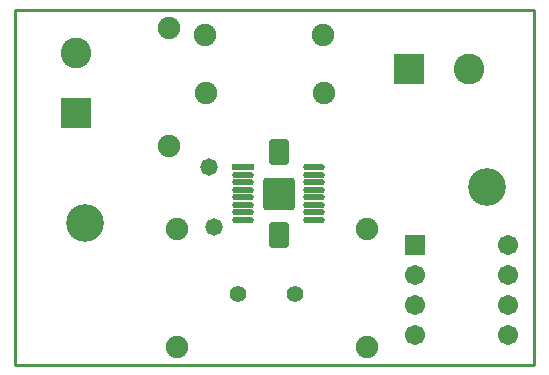
<source format=gts>
G04 Layer_Color=8388736*
%FSLAX44Y44*%
%MOMM*%
G71*
G01*
G75*
%ADD15C,0.2540*%
G04:AMPARAMS|DCode=31|XSize=1.7032mm|YSize=2.2032mm|CornerRadius=0.1766mm|HoleSize=0mm|Usage=FLASHONLY|Rotation=0.000|XOffset=0mm|YOffset=0mm|HoleType=Round|Shape=RoundedRectangle|*
%AMROUNDEDRECTD31*
21,1,1.7032,1.8500,0,0,0.0*
21,1,1.3500,2.2032,0,0,0.0*
1,1,0.3532,0.6750,-0.9250*
1,1,0.3532,-0.6750,-0.9250*
1,1,0.3532,-0.6750,0.9250*
1,1,0.3532,0.6750,0.9250*
%
%ADD31ROUNDEDRECTD31*%
G04:AMPARAMS|DCode=32|XSize=2.7032mm|YSize=2.7032mm|CornerRadius=0.2266mm|HoleSize=0mm|Usage=FLASHONLY|Rotation=90.000|XOffset=0mm|YOffset=0mm|HoleType=Round|Shape=RoundedRectangle|*
%AMROUNDEDRECTD32*
21,1,2.7032,2.2500,0,0,90.0*
21,1,2.2500,2.7032,0,0,90.0*
1,1,0.4532,1.1250,1.1250*
1,1,0.4532,1.1250,-1.1250*
1,1,0.4532,-1.1250,-1.1250*
1,1,0.4532,-1.1250,1.1250*
%
%ADD32ROUNDEDRECTD32*%
%ADD33O,1.8532X0.5532*%
%ADD34R,1.8532X0.5532*%
%ADD35C,1.9032*%
%ADD36C,3.2032*%
%ADD37R,2.6032X2.6032*%
%ADD38C,2.6032*%
%ADD39C,1.4224*%
%ADD40R,1.7032X1.7032*%
%ADD41C,1.7032*%
%ADD42R,2.6032X2.6032*%
%ADD43C,1.4732*%
D15*
X0Y0D02*
X440000D01*
Y300000D01*
X0D02*
X440000D01*
X0Y0D02*
Y300000D01*
D31*
X223520Y109780D02*
D03*
Y179780D02*
D03*
D32*
Y144780D02*
D03*
D33*
X253520Y122530D02*
D03*
Y128905D02*
D03*
Y135255D02*
D03*
Y141605D02*
D03*
Y147955D02*
D03*
Y154305D02*
D03*
Y160655D02*
D03*
Y167030D02*
D03*
X193520Y122530D02*
D03*
Y128905D02*
D03*
Y135255D02*
D03*
Y141605D02*
D03*
Y147955D02*
D03*
Y154305D02*
D03*
Y160655D02*
D03*
D34*
Y167030D02*
D03*
D35*
X137160Y14770D02*
D03*
Y114770D02*
D03*
X298450Y14770D02*
D03*
Y114770D02*
D03*
X130810Y284950D02*
D03*
Y184950D02*
D03*
X260820Y279400D02*
D03*
X160820D02*
D03*
X262090Y229870D02*
D03*
X162090D02*
D03*
D36*
X400000Y150000D02*
D03*
X60000Y120000D02*
D03*
D37*
X52070Y213360D02*
D03*
D38*
Y264160D02*
D03*
X384810Y250190D02*
D03*
D39*
X189230Y59690D02*
D03*
X237490D02*
D03*
D40*
X339110Y101600D02*
D03*
D41*
Y76200D02*
D03*
Y50800D02*
D03*
Y25400D02*
D03*
X417810D02*
D03*
Y50800D02*
D03*
Y76200D02*
D03*
Y101600D02*
D03*
D42*
X334010Y250190D02*
D03*
D43*
X168910Y116840D02*
D03*
X164490Y167030D02*
D03*
M02*

</source>
